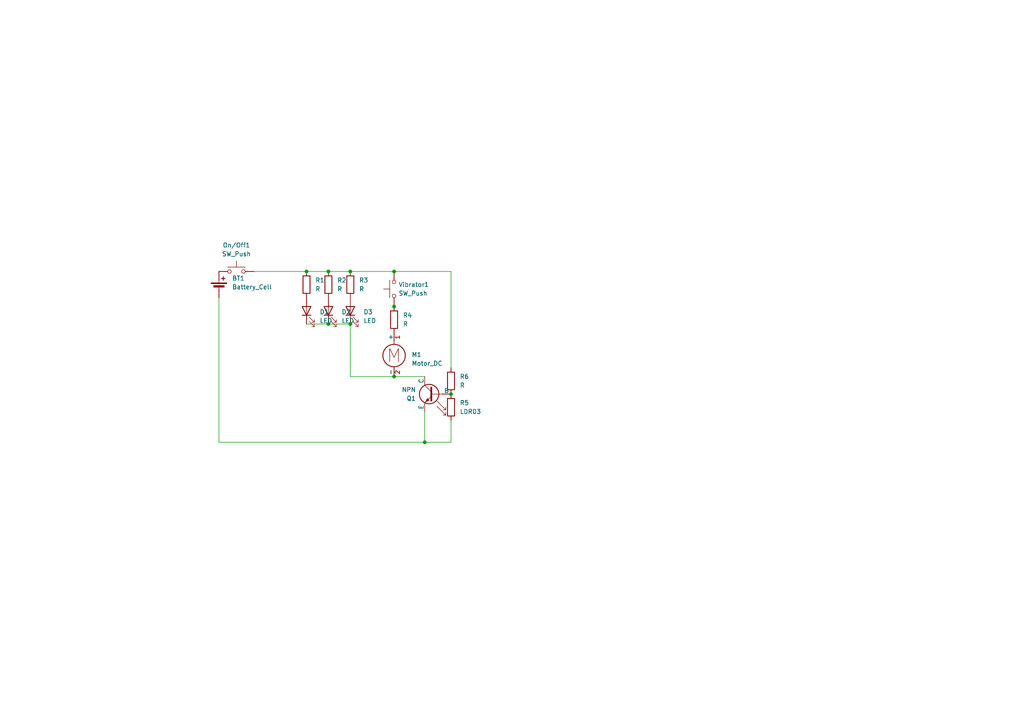
<source format=kicad_sch>
(kicad_sch
	(version 20250114)
	(generator "eeschema")
	(generator_version "9.0")
	(uuid "9d100fe4-1454-457d-8b9f-8d745de7009f")
	(paper "A4")
	(lib_symbols
		(symbol "Device:Battery_Cell"
			(pin_numbers
				(hide yes)
			)
			(pin_names
				(offset 0)
				(hide yes)
			)
			(exclude_from_sim no)
			(in_bom yes)
			(on_board yes)
			(property "Reference" "BT"
				(at 2.54 2.54 0)
				(effects
					(font
						(size 1.27 1.27)
					)
					(justify left)
				)
			)
			(property "Value" "Battery_Cell"
				(at 2.54 0 0)
				(effects
					(font
						(size 1.27 1.27)
					)
					(justify left)
				)
			)
			(property "Footprint" ""
				(at 0 1.524 90)
				(effects
					(font
						(size 1.27 1.27)
					)
					(hide yes)
				)
			)
			(property "Datasheet" "~"
				(at 0 1.524 90)
				(effects
					(font
						(size 1.27 1.27)
					)
					(hide yes)
				)
			)
			(property "Description" "Single-cell battery"
				(at 0 0 0)
				(effects
					(font
						(size 1.27 1.27)
					)
					(hide yes)
				)
			)
			(property "ki_keywords" "battery cell"
				(at 0 0 0)
				(effects
					(font
						(size 1.27 1.27)
					)
					(hide yes)
				)
			)
			(symbol "Battery_Cell_0_1"
				(rectangle
					(start -2.286 1.778)
					(end 2.286 1.524)
					(stroke
						(width 0)
						(type default)
					)
					(fill
						(type outline)
					)
				)
				(rectangle
					(start -1.524 1.016)
					(end 1.524 0.508)
					(stroke
						(width 0)
						(type default)
					)
					(fill
						(type outline)
					)
				)
				(polyline
					(pts
						(xy 0 1.778) (xy 0 2.54)
					)
					(stroke
						(width 0)
						(type default)
					)
					(fill
						(type none)
					)
				)
				(polyline
					(pts
						(xy 0 0.762) (xy 0 0)
					)
					(stroke
						(width 0)
						(type default)
					)
					(fill
						(type none)
					)
				)
				(polyline
					(pts
						(xy 0.762 3.048) (xy 1.778 3.048)
					)
					(stroke
						(width 0.254)
						(type default)
					)
					(fill
						(type none)
					)
				)
				(polyline
					(pts
						(xy 1.27 3.556) (xy 1.27 2.54)
					)
					(stroke
						(width 0.254)
						(type default)
					)
					(fill
						(type none)
					)
				)
			)
			(symbol "Battery_Cell_1_1"
				(pin passive line
					(at 0 5.08 270)
					(length 2.54)
					(name "+"
						(effects
							(font
								(size 1.27 1.27)
							)
						)
					)
					(number "1"
						(effects
							(font
								(size 1.27 1.27)
							)
						)
					)
				)
				(pin passive line
					(at 0 -2.54 90)
					(length 2.54)
					(name "-"
						(effects
							(font
								(size 1.27 1.27)
							)
						)
					)
					(number "2"
						(effects
							(font
								(size 1.27 1.27)
							)
						)
					)
				)
			)
			(embedded_fonts no)
		)
		(symbol "Device:LED"
			(pin_numbers
				(hide yes)
			)
			(pin_names
				(offset 1.016)
				(hide yes)
			)
			(exclude_from_sim no)
			(in_bom yes)
			(on_board yes)
			(property "Reference" "D"
				(at 0 2.54 0)
				(effects
					(font
						(size 1.27 1.27)
					)
				)
			)
			(property "Value" "LED"
				(at 0 -2.54 0)
				(effects
					(font
						(size 1.27 1.27)
					)
				)
			)
			(property "Footprint" ""
				(at 0 0 0)
				(effects
					(font
						(size 1.27 1.27)
					)
					(hide yes)
				)
			)
			(property "Datasheet" "~"
				(at 0 0 0)
				(effects
					(font
						(size 1.27 1.27)
					)
					(hide yes)
				)
			)
			(property "Description" "Light emitting diode"
				(at 0 0 0)
				(effects
					(font
						(size 1.27 1.27)
					)
					(hide yes)
				)
			)
			(property "Sim.Pins" "1=K 2=A"
				(at 0 0 0)
				(effects
					(font
						(size 1.27 1.27)
					)
					(hide yes)
				)
			)
			(property "ki_keywords" "LED diode"
				(at 0 0 0)
				(effects
					(font
						(size 1.27 1.27)
					)
					(hide yes)
				)
			)
			(property "ki_fp_filters" "LED* LED_SMD:* LED_THT:*"
				(at 0 0 0)
				(effects
					(font
						(size 1.27 1.27)
					)
					(hide yes)
				)
			)
			(symbol "LED_0_1"
				(polyline
					(pts
						(xy -3.048 -0.762) (xy -4.572 -2.286) (xy -3.81 -2.286) (xy -4.572 -2.286) (xy -4.572 -1.524)
					)
					(stroke
						(width 0)
						(type default)
					)
					(fill
						(type none)
					)
				)
				(polyline
					(pts
						(xy -1.778 -0.762) (xy -3.302 -2.286) (xy -2.54 -2.286) (xy -3.302 -2.286) (xy -3.302 -1.524)
					)
					(stroke
						(width 0)
						(type default)
					)
					(fill
						(type none)
					)
				)
				(polyline
					(pts
						(xy -1.27 0) (xy 1.27 0)
					)
					(stroke
						(width 0)
						(type default)
					)
					(fill
						(type none)
					)
				)
				(polyline
					(pts
						(xy -1.27 -1.27) (xy -1.27 1.27)
					)
					(stroke
						(width 0.254)
						(type default)
					)
					(fill
						(type none)
					)
				)
				(polyline
					(pts
						(xy 1.27 -1.27) (xy 1.27 1.27) (xy -1.27 0) (xy 1.27 -1.27)
					)
					(stroke
						(width 0.254)
						(type default)
					)
					(fill
						(type none)
					)
				)
			)
			(symbol "LED_1_1"
				(pin passive line
					(at -3.81 0 0)
					(length 2.54)
					(name "K"
						(effects
							(font
								(size 1.27 1.27)
							)
						)
					)
					(number "1"
						(effects
							(font
								(size 1.27 1.27)
							)
						)
					)
				)
				(pin passive line
					(at 3.81 0 180)
					(length 2.54)
					(name "A"
						(effects
							(font
								(size 1.27 1.27)
							)
						)
					)
					(number "2"
						(effects
							(font
								(size 1.27 1.27)
							)
						)
					)
				)
			)
			(embedded_fonts no)
		)
		(symbol "Device:R"
			(pin_numbers
				(hide yes)
			)
			(pin_names
				(offset 0)
			)
			(exclude_from_sim no)
			(in_bom yes)
			(on_board yes)
			(property "Reference" "R"
				(at 2.032 0 90)
				(effects
					(font
						(size 1.27 1.27)
					)
				)
			)
			(property "Value" "R"
				(at 0 0 90)
				(effects
					(font
						(size 1.27 1.27)
					)
				)
			)
			(property "Footprint" ""
				(at -1.778 0 90)
				(effects
					(font
						(size 1.27 1.27)
					)
					(hide yes)
				)
			)
			(property "Datasheet" "~"
				(at 0 0 0)
				(effects
					(font
						(size 1.27 1.27)
					)
					(hide yes)
				)
			)
			(property "Description" "Resistor"
				(at 0 0 0)
				(effects
					(font
						(size 1.27 1.27)
					)
					(hide yes)
				)
			)
			(property "ki_keywords" "R res resistor"
				(at 0 0 0)
				(effects
					(font
						(size 1.27 1.27)
					)
					(hide yes)
				)
			)
			(property "ki_fp_filters" "R_*"
				(at 0 0 0)
				(effects
					(font
						(size 1.27 1.27)
					)
					(hide yes)
				)
			)
			(symbol "R_0_1"
				(rectangle
					(start -1.016 -2.54)
					(end 1.016 2.54)
					(stroke
						(width 0.254)
						(type default)
					)
					(fill
						(type none)
					)
				)
			)
			(symbol "R_1_1"
				(pin passive line
					(at 0 3.81 270)
					(length 1.27)
					(name "~"
						(effects
							(font
								(size 1.27 1.27)
							)
						)
					)
					(number "1"
						(effects
							(font
								(size 1.27 1.27)
							)
						)
					)
				)
				(pin passive line
					(at 0 -3.81 90)
					(length 1.27)
					(name "~"
						(effects
							(font
								(size 1.27 1.27)
							)
						)
					)
					(number "2"
						(effects
							(font
								(size 1.27 1.27)
							)
						)
					)
				)
			)
			(embedded_fonts no)
		)
		(symbol "Motor:Motor_DC"
			(pin_names
				(offset 0)
			)
			(exclude_from_sim no)
			(in_bom yes)
			(on_board yes)
			(property "Reference" "M"
				(at 2.54 2.54 0)
				(effects
					(font
						(size 1.27 1.27)
					)
					(justify left)
				)
			)
			(property "Value" "Motor_DC"
				(at 2.54 -5.08 0)
				(effects
					(font
						(size 1.27 1.27)
					)
					(justify left top)
				)
			)
			(property "Footprint" ""
				(at 0 -2.286 0)
				(effects
					(font
						(size 1.27 1.27)
					)
					(hide yes)
				)
			)
			(property "Datasheet" "~"
				(at 0 -2.286 0)
				(effects
					(font
						(size 1.27 1.27)
					)
					(hide yes)
				)
			)
			(property "Description" "DC Motor"
				(at 0 0 0)
				(effects
					(font
						(size 1.27 1.27)
					)
					(hide yes)
				)
			)
			(property "ki_keywords" "DC Motor"
				(at 0 0 0)
				(effects
					(font
						(size 1.27 1.27)
					)
					(hide yes)
				)
			)
			(property "ki_fp_filters" "PinHeader*P2.54mm* TerminalBlock*"
				(at 0 0 0)
				(effects
					(font
						(size 1.27 1.27)
					)
					(hide yes)
				)
			)
			(symbol "Motor_DC_0_0"
				(polyline
					(pts
						(xy -1.27 -3.302) (xy -1.27 0.508) (xy 0 -2.032) (xy 1.27 0.508) (xy 1.27 -3.302)
					)
					(stroke
						(width 0)
						(type default)
					)
					(fill
						(type none)
					)
				)
			)
			(symbol "Motor_DC_0_1"
				(polyline
					(pts
						(xy 0 2.032) (xy 0 2.54)
					)
					(stroke
						(width 0)
						(type default)
					)
					(fill
						(type none)
					)
				)
				(polyline
					(pts
						(xy 0 1.7272) (xy 0 2.0828)
					)
					(stroke
						(width 0)
						(type default)
					)
					(fill
						(type none)
					)
				)
				(circle
					(center 0 -1.524)
					(radius 3.2512)
					(stroke
						(width 0.254)
						(type default)
					)
					(fill
						(type none)
					)
				)
				(polyline
					(pts
						(xy 0 -4.7752) (xy 0 -5.1816)
					)
					(stroke
						(width 0)
						(type default)
					)
					(fill
						(type none)
					)
				)
				(polyline
					(pts
						(xy 0 -7.62) (xy 0 -7.112)
					)
					(stroke
						(width 0)
						(type default)
					)
					(fill
						(type none)
					)
				)
			)
			(symbol "Motor_DC_1_1"
				(pin passive line
					(at 0 5.08 270)
					(length 2.54)
					(name "+"
						(effects
							(font
								(size 1.27 1.27)
							)
						)
					)
					(number "1"
						(effects
							(font
								(size 1.27 1.27)
							)
						)
					)
				)
				(pin passive line
					(at 0 -7.62 90)
					(length 2.54)
					(name "-"
						(effects
							(font
								(size 1.27 1.27)
							)
						)
					)
					(number "2"
						(effects
							(font
								(size 1.27 1.27)
							)
						)
					)
				)
			)
			(embedded_fonts no)
		)
		(symbol "Sensor_Optical:LDR03"
			(pin_numbers
				(hide yes)
			)
			(pin_names
				(offset 0)
			)
			(exclude_from_sim no)
			(in_bom yes)
			(on_board yes)
			(property "Reference" "R"
				(at -5.08 0 90)
				(effects
					(font
						(size 1.27 1.27)
					)
				)
			)
			(property "Value" "LDR03"
				(at 1.905 0 90)
				(effects
					(font
						(size 1.27 1.27)
					)
					(justify top)
				)
			)
			(property "Footprint" "OptoDevice:R_LDR_10x8.5mm_P7.6mm_Vertical"
				(at 4.445 0 90)
				(effects
					(font
						(size 1.27 1.27)
					)
					(hide yes)
				)
			)
			(property "Datasheet" "http://www.elektronica-componenten.nl/WebRoot/StoreNL/Shops/61422969/54F1/BA0C/C664/31B9/2173/C0A8/2AB9/2AEF/LDR03IMP.pdf"
				(at 0 -1.27 0)
				(effects
					(font
						(size 1.27 1.27)
					)
					(hide yes)
				)
			)
			(property "Description" "light dependent resistor"
				(at 0 0 0)
				(effects
					(font
						(size 1.27 1.27)
					)
					(hide yes)
				)
			)
			(property "ki_keywords" "light dependent photo resistor LDR"
				(at 0 0 0)
				(effects
					(font
						(size 1.27 1.27)
					)
					(hide yes)
				)
			)
			(property "ki_fp_filters" "R*LDR*10x8.5mm*P7.6mm*"
				(at 0 0 0)
				(effects
					(font
						(size 1.27 1.27)
					)
					(hide yes)
				)
			)
			(symbol "LDR03_0_1"
				(polyline
					(pts
						(xy -1.524 -0.762) (xy -4.064 1.778)
					)
					(stroke
						(width 0)
						(type default)
					)
					(fill
						(type none)
					)
				)
				(polyline
					(pts
						(xy -1.524 -0.762) (xy -2.286 -0.762)
					)
					(stroke
						(width 0)
						(type default)
					)
					(fill
						(type none)
					)
				)
				(polyline
					(pts
						(xy -1.524 -0.762) (xy -1.524 0)
					)
					(stroke
						(width 0)
						(type default)
					)
					(fill
						(type none)
					)
				)
				(polyline
					(pts
						(xy -1.524 -2.286) (xy -4.064 0.254)
					)
					(stroke
						(width 0)
						(type default)
					)
					(fill
						(type none)
					)
				)
				(polyline
					(pts
						(xy -1.524 -2.286) (xy -2.286 -2.286)
					)
					(stroke
						(width 0)
						(type default)
					)
					(fill
						(type none)
					)
				)
				(polyline
					(pts
						(xy -1.524 -2.286) (xy -1.524 -1.524)
					)
					(stroke
						(width 0)
						(type default)
					)
					(fill
						(type none)
					)
				)
				(rectangle
					(start -1.016 2.54)
					(end 1.016 -2.54)
					(stroke
						(width 0.254)
						(type default)
					)
					(fill
						(type none)
					)
				)
			)
			(symbol "LDR03_1_1"
				(pin passive line
					(at 0 3.81 270)
					(length 1.27)
					(name "~"
						(effects
							(font
								(size 1.27 1.27)
							)
						)
					)
					(number "1"
						(effects
							(font
								(size 1.27 1.27)
							)
						)
					)
				)
				(pin passive line
					(at 0 -3.81 90)
					(length 1.27)
					(name "~"
						(effects
							(font
								(size 1.27 1.27)
							)
						)
					)
					(number "2"
						(effects
							(font
								(size 1.27 1.27)
							)
						)
					)
				)
			)
			(embedded_fonts no)
		)
		(symbol "Simulation_SPICE:NPN"
			(pin_numbers
				(hide yes)
			)
			(pin_names
				(offset 0)
			)
			(exclude_from_sim no)
			(in_bom yes)
			(on_board yes)
			(property "Reference" "Q"
				(at -2.54 7.62 0)
				(effects
					(font
						(size 1.27 1.27)
					)
				)
			)
			(property "Value" "NPN"
				(at -2.54 5.08 0)
				(effects
					(font
						(size 1.27 1.27)
					)
				)
			)
			(property "Footprint" ""
				(at 63.5 0 0)
				(effects
					(font
						(size 1.27 1.27)
					)
					(hide yes)
				)
			)
			(property "Datasheet" "https://ngspice.sourceforge.io/docs/ngspice-html-manual/manual.xhtml#cha_BJTs"
				(at 63.5 0 0)
				(effects
					(font
						(size 1.27 1.27)
					)
					(hide yes)
				)
			)
			(property "Description" "Bipolar transistor symbol for simulation only, substrate tied to the emitter"
				(at 0 0 0)
				(effects
					(font
						(size 1.27 1.27)
					)
					(hide yes)
				)
			)
			(property "Sim.Device" "NPN"
				(at 0 0 0)
				(effects
					(font
						(size 1.27 1.27)
					)
					(hide yes)
				)
			)
			(property "Sim.Type" "GUMMELPOON"
				(at 0 0 0)
				(effects
					(font
						(size 1.27 1.27)
					)
					(hide yes)
				)
			)
			(property "Sim.Pins" "1=C 2=B 3=E"
				(at 0 0 0)
				(effects
					(font
						(size 1.27 1.27)
					)
					(hide yes)
				)
			)
			(property "ki_keywords" "simulation"
				(at 0 0 0)
				(effects
					(font
						(size 1.27 1.27)
					)
					(hide yes)
				)
			)
			(symbol "NPN_0_1"
				(polyline
					(pts
						(xy -2.54 0) (xy 0.635 0)
					)
					(stroke
						(width 0.1524)
						(type default)
					)
					(fill
						(type none)
					)
				)
				(polyline
					(pts
						(xy 0.635 1.905) (xy 0.635 -1.905) (xy 0.635 -1.905)
					)
					(stroke
						(width 0.508)
						(type default)
					)
					(fill
						(type none)
					)
				)
				(polyline
					(pts
						(xy 0.635 0.635) (xy 2.54 2.54)
					)
					(stroke
						(width 0)
						(type default)
					)
					(fill
						(type none)
					)
				)
				(polyline
					(pts
						(xy 0.635 -0.635) (xy 2.54 -2.54) (xy 2.54 -2.54)
					)
					(stroke
						(width 0)
						(type default)
					)
					(fill
						(type none)
					)
				)
				(circle
					(center 1.27 0)
					(radius 2.8194)
					(stroke
						(width 0.254)
						(type default)
					)
					(fill
						(type none)
					)
				)
				(polyline
					(pts
						(xy 1.27 -1.778) (xy 1.778 -1.27) (xy 2.286 -2.286) (xy 1.27 -1.778) (xy 1.27 -1.778)
					)
					(stroke
						(width 0)
						(type default)
					)
					(fill
						(type outline)
					)
				)
				(polyline
					(pts
						(xy 2.794 -1.27) (xy 2.794 -1.27)
					)
					(stroke
						(width 0.1524)
						(type default)
					)
					(fill
						(type none)
					)
				)
				(polyline
					(pts
						(xy 2.794 -1.27) (xy 2.794 -1.27)
					)
					(stroke
						(width 0.1524)
						(type default)
					)
					(fill
						(type none)
					)
				)
			)
			(symbol "NPN_1_1"
				(pin input line
					(at -5.08 0 0)
					(length 2.54)
					(name "B"
						(effects
							(font
								(size 1.27 1.27)
							)
						)
					)
					(number "2"
						(effects
							(font
								(size 1.27 1.27)
							)
						)
					)
				)
				(pin open_collector line
					(at 2.54 5.08 270)
					(length 2.54)
					(name "C"
						(effects
							(font
								(size 1.27 1.27)
							)
						)
					)
					(number "1"
						(effects
							(font
								(size 1.27 1.27)
							)
						)
					)
				)
				(pin open_emitter line
					(at 2.54 -5.08 90)
					(length 2.54)
					(name "E"
						(effects
							(font
								(size 1.27 1.27)
							)
						)
					)
					(number "3"
						(effects
							(font
								(size 1.27 1.27)
							)
						)
					)
				)
			)
			(embedded_fonts no)
		)
		(symbol "Switch:SW_Push"
			(pin_numbers
				(hide yes)
			)
			(pin_names
				(offset 1.016)
				(hide yes)
			)
			(exclude_from_sim no)
			(in_bom yes)
			(on_board yes)
			(property "Reference" "SW"
				(at 1.27 2.54 0)
				(effects
					(font
						(size 1.27 1.27)
					)
					(justify left)
				)
			)
			(property "Value" "SW_Push"
				(at 0 -1.524 0)
				(effects
					(font
						(size 1.27 1.27)
					)
				)
			)
			(property "Footprint" ""
				(at 0 5.08 0)
				(effects
					(font
						(size 1.27 1.27)
					)
					(hide yes)
				)
			)
			(property "Datasheet" "~"
				(at 0 5.08 0)
				(effects
					(font
						(size 1.27 1.27)
					)
					(hide yes)
				)
			)
			(property "Description" "Push button switch, generic, two pins"
				(at 0 0 0)
				(effects
					(font
						(size 1.27 1.27)
					)
					(hide yes)
				)
			)
			(property "ki_keywords" "switch normally-open pushbutton push-button"
				(at 0 0 0)
				(effects
					(font
						(size 1.27 1.27)
					)
					(hide yes)
				)
			)
			(symbol "SW_Push_0_1"
				(circle
					(center -2.032 0)
					(radius 0.508)
					(stroke
						(width 0)
						(type default)
					)
					(fill
						(type none)
					)
				)
				(polyline
					(pts
						(xy 0 1.27) (xy 0 3.048)
					)
					(stroke
						(width 0)
						(type default)
					)
					(fill
						(type none)
					)
				)
				(circle
					(center 2.032 0)
					(radius 0.508)
					(stroke
						(width 0)
						(type default)
					)
					(fill
						(type none)
					)
				)
				(polyline
					(pts
						(xy 2.54 1.27) (xy -2.54 1.27)
					)
					(stroke
						(width 0)
						(type default)
					)
					(fill
						(type none)
					)
				)
				(pin passive line
					(at -5.08 0 0)
					(length 2.54)
					(name "1"
						(effects
							(font
								(size 1.27 1.27)
							)
						)
					)
					(number "1"
						(effects
							(font
								(size 1.27 1.27)
							)
						)
					)
				)
				(pin passive line
					(at 5.08 0 180)
					(length 2.54)
					(name "2"
						(effects
							(font
								(size 1.27 1.27)
							)
						)
					)
					(number "2"
						(effects
							(font
								(size 1.27 1.27)
							)
						)
					)
				)
			)
			(embedded_fonts no)
		)
	)
	(junction
		(at 88.9 78.74)
		(diameter 0)
		(color 0 0 0 0)
		(uuid "43d1ddda-3203-4a9c-89c5-a219ab19b744")
	)
	(junction
		(at 114.3 78.74)
		(diameter 0)
		(color 0 0 0 0)
		(uuid "5a5ba89e-0e1c-459a-aa16-2b944f0b7d29")
	)
	(junction
		(at 95.25 78.74)
		(diameter 0)
		(color 0 0 0 0)
		(uuid "79e07428-f4ad-4a5b-84ff-cb20dd48c002")
	)
	(junction
		(at 101.6 93.98)
		(diameter 0)
		(color 0 0 0 0)
		(uuid "802577d9-dbc9-46ea-919e-a7041f76d486")
	)
	(junction
		(at 114.3 109.22)
		(diameter 0)
		(color 0 0 0 0)
		(uuid "8fcba598-91b2-44db-a79f-d66b46b4d261")
	)
	(junction
		(at 123.19 128.27)
		(diameter 0)
		(color 0 0 0 0)
		(uuid "a5fe7324-47bd-4f5a-959d-e0b7d491a6e0")
	)
	(junction
		(at 130.81 114.3)
		(diameter 0)
		(color 0 0 0 0)
		(uuid "a88d5775-9614-4c40-ae5b-dd7c915b9763")
	)
	(junction
		(at 95.25 93.98)
		(diameter 0)
		(color 0 0 0 0)
		(uuid "c20b36c6-c427-403d-862a-ac2fc1eae615")
	)
	(junction
		(at 114.3 88.9)
		(diameter 0)
		(color 0 0 0 0)
		(uuid "c938a5dc-18cf-4b39-9250-92215333c27a")
	)
	(junction
		(at 101.6 78.74)
		(diameter 0)
		(color 0 0 0 0)
		(uuid "f9b6c54e-2ae4-4df3-b27c-a108262f862f")
	)
	(wire
		(pts
			(xy 123.19 109.22) (xy 114.3 109.22)
		)
		(stroke
			(width 0)
			(type default)
		)
		(uuid "25096fda-a6ca-4b19-8207-f319da840a40")
	)
	(wire
		(pts
			(xy 123.19 128.27) (xy 130.81 128.27)
		)
		(stroke
			(width 0)
			(type default)
		)
		(uuid "2a286f90-92bc-436b-bb62-132ade6203a3")
	)
	(wire
		(pts
			(xy 130.81 106.68) (xy 130.81 78.74)
		)
		(stroke
			(width 0)
			(type default)
		)
		(uuid "549025e8-06ab-4ec3-8c6d-099035c4e642")
	)
	(wire
		(pts
			(xy 88.9 78.74) (xy 73.66 78.74)
		)
		(stroke
			(width 0)
			(type default)
		)
		(uuid "682975d6-8d7e-404d-aa74-63d9baf92c67")
	)
	(wire
		(pts
			(xy 95.25 78.74) (xy 88.9 78.74)
		)
		(stroke
			(width 0)
			(type default)
		)
		(uuid "7c174da5-2d2a-4e56-be6a-3e7ad796ac53")
	)
	(wire
		(pts
			(xy 88.9 93.98) (xy 95.25 93.98)
		)
		(stroke
			(width 0)
			(type default)
		)
		(uuid "7d072521-75eb-451d-8bd6-b2d26ea8d617")
	)
	(wire
		(pts
			(xy 101.6 78.74) (xy 95.25 78.74)
		)
		(stroke
			(width 0)
			(type default)
		)
		(uuid "9cb75d8e-8623-4aea-94fe-612711dee496")
	)
	(wire
		(pts
			(xy 101.6 109.22) (xy 114.3 109.22)
		)
		(stroke
			(width 0)
			(type default)
		)
		(uuid "9fcd824f-1e45-46c5-befe-5d1748945e79")
	)
	(wire
		(pts
			(xy 63.5 128.27) (xy 63.5 86.36)
		)
		(stroke
			(width 0)
			(type default)
		)
		(uuid "a92ed7a5-dd8a-4ba0-8a9e-0b851213fd28")
	)
	(wire
		(pts
			(xy 123.19 119.38) (xy 123.19 128.27)
		)
		(stroke
			(width 0)
			(type default)
		)
		(uuid "c3b20d35-6ff0-4e44-850e-080dba003e35")
	)
	(wire
		(pts
			(xy 101.6 78.74) (xy 114.3 78.74)
		)
		(stroke
			(width 0)
			(type default)
		)
		(uuid "c5777baf-6283-4df0-b7c6-6f3a120ac8c8")
	)
	(wire
		(pts
			(xy 130.81 128.27) (xy 130.81 121.92)
		)
		(stroke
			(width 0)
			(type default)
		)
		(uuid "d4af5d67-c129-444a-8e2e-50d43297f063")
	)
	(wire
		(pts
			(xy 123.19 128.27) (xy 63.5 128.27)
		)
		(stroke
			(width 0)
			(type default)
		)
		(uuid "edb3e7ee-e90c-46cc-a889-3eb3e573a7f4")
	)
	(wire
		(pts
			(xy 114.3 88.9) (xy 114.3 90.17)
		)
		(stroke
			(width 0)
			(type default)
		)
		(uuid "eeb2c450-1e63-4baa-b0c0-dc88cb5d34aa")
	)
	(wire
		(pts
			(xy 95.25 93.98) (xy 101.6 93.98)
		)
		(stroke
			(width 0)
			(type default)
		)
		(uuid "f414d839-7bfb-4d07-a18d-25a8d9eec58c")
	)
	(wire
		(pts
			(xy 114.3 78.74) (xy 130.81 78.74)
		)
		(stroke
			(width 0)
			(type default)
		)
		(uuid "f65d52e8-8489-4434-9e00-3ce40a8aac20")
	)
	(wire
		(pts
			(xy 101.6 93.98) (xy 101.6 109.22)
		)
		(stroke
			(width 0)
			(type default)
		)
		(uuid "fe1fba9e-cfbe-4f22-98fb-08d0a88ec012")
	)
	(symbol
		(lib_id "Device:R")
		(at 130.81 110.49 0)
		(unit 1)
		(exclude_from_sim no)
		(in_bom yes)
		(on_board yes)
		(dnp no)
		(fields_autoplaced yes)
		(uuid "0fcbba35-6a55-477b-aea1-a97f478751b6")
		(property "Reference" "R6"
			(at 133.35 109.2199 0)
			(effects
				(font
					(size 1.27 1.27)
				)
				(justify left)
			)
		)
		(property "Value" "R"
			(at 133.35 111.7599 0)
			(effects
				(font
					(size 1.27 1.27)
				)
				(justify left)
			)
		)
		(property "Footprint" "Resistor_THT:R_Axial_DIN0207_L6.3mm_D2.5mm_P7.62mm_Horizontal"
			(at 129.032 110.49 90)
			(effects
				(font
					(size 1.27 1.27)
				)
				(hide yes)
			)
		)
		(property "Datasheet" "~"
			(at 130.81 110.49 0)
			(effects
				(font
					(size 1.27 1.27)
				)
				(hide yes)
			)
		)
		(property "Description" "Resistor"
			(at 130.81 110.49 0)
			(effects
				(font
					(size 1.27 1.27)
				)
				(hide yes)
			)
		)
		(pin "1"
			(uuid "87eaef7d-e71c-4958-bb84-1480b65ffdee")
		)
		(pin "2"
			(uuid "bcd40fba-6ebd-493e-a3a3-31fef0dd2480")
		)
		(instances
			(project "demonic"
				(path "/9d100fe4-1454-457d-8b9f-8d745de7009f"
					(reference "R6")
					(unit 1)
				)
			)
		)
	)
	(symbol
		(lib_id "Device:LED")
		(at 101.6 90.17 90)
		(unit 1)
		(exclude_from_sim no)
		(in_bom yes)
		(on_board yes)
		(dnp no)
		(fields_autoplaced yes)
		(uuid "12a58650-e4a3-47f1-bb28-92668240ee0f")
		(property "Reference" "D3"
			(at 105.41 90.4874 90)
			(effects
				(font
					(size 1.27 1.27)
				)
				(justify right)
			)
		)
		(property "Value" "LED"
			(at 105.41 93.0274 90)
			(effects
				(font
					(size 1.27 1.27)
				)
				(justify right)
			)
		)
		(property "Footprint" "LED_THT:LED_D5.0mm"
			(at 101.6 90.17 0)
			(effects
				(font
					(size 1.27 1.27)
				)
				(hide yes)
			)
		)
		(property "Datasheet" "~"
			(at 101.6 90.17 0)
			(effects
				(font
					(size 1.27 1.27)
				)
				(hide yes)
			)
		)
		(property "Description" "Light emitting diode"
			(at 101.6 90.17 0)
			(effects
				(font
					(size 1.27 1.27)
				)
				(hide yes)
			)
		)
		(property "Sim.Pins" "1=K 2=A"
			(at 101.6 90.17 0)
			(effects
				(font
					(size 1.27 1.27)
				)
				(hide yes)
			)
		)
		(pin "2"
			(uuid "d0a6bc87-b8a7-49ef-b008-a4922aca7202")
		)
		(pin "1"
			(uuid "4151385a-f338-435e-a6e3-19f36844bcfe")
		)
		(instances
			(project "demonic"
				(path "/9d100fe4-1454-457d-8b9f-8d745de7009f"
					(reference "D3")
					(unit 1)
				)
			)
		)
	)
	(symbol
		(lib_id "Device:R")
		(at 88.9 82.55 0)
		(unit 1)
		(exclude_from_sim no)
		(in_bom yes)
		(on_board yes)
		(dnp no)
		(fields_autoplaced yes)
		(uuid "219966c3-faba-464f-9ff2-0cf82f15da83")
		(property "Reference" "R1"
			(at 91.44 81.2799 0)
			(effects
				(font
					(size 1.27 1.27)
				)
				(justify left)
			)
		)
		(property "Value" "R"
			(at 91.44 83.8199 0)
			(effects
				(font
					(size 1.27 1.27)
				)
				(justify left)
			)
		)
		(property "Footprint" "Resistor_THT:R_Axial_DIN0207_L6.3mm_D2.5mm_P7.62mm_Horizontal"
			(at 87.122 82.55 90)
			(effects
				(font
					(size 1.27 1.27)
				)
				(hide yes)
			)
		)
		(property "Datasheet" "~"
			(at 88.9 82.55 0)
			(effects
				(font
					(size 1.27 1.27)
				)
				(hide yes)
			)
		)
		(property "Description" "Resistor"
			(at 88.9 82.55 0)
			(effects
				(font
					(size 1.27 1.27)
				)
				(hide yes)
			)
		)
		(pin "1"
			(uuid "6861b139-d1ff-462b-8d49-d51bf71a2de5")
		)
		(pin "2"
			(uuid "b2fbeb96-7d11-44f8-8fda-821ce42791d7")
		)
		(instances
			(project "demonic"
				(path "/9d100fe4-1454-457d-8b9f-8d745de7009f"
					(reference "R1")
					(unit 1)
				)
			)
		)
	)
	(symbol
		(lib_id "Device:R")
		(at 95.25 82.55 0)
		(unit 1)
		(exclude_from_sim no)
		(in_bom yes)
		(on_board yes)
		(dnp no)
		(fields_autoplaced yes)
		(uuid "22ef8a22-a731-4a4b-b00e-0ba8090578f0")
		(property "Reference" "R2"
			(at 97.79 81.2799 0)
			(effects
				(font
					(size 1.27 1.27)
				)
				(justify left)
			)
		)
		(property "Value" "R"
			(at 97.79 83.8199 0)
			(effects
				(font
					(size 1.27 1.27)
				)
				(justify left)
			)
		)
		(property "Footprint" "Resistor_THT:R_Axial_DIN0207_L6.3mm_D2.5mm_P7.62mm_Horizontal"
			(at 93.472 82.55 90)
			(effects
				(font
					(size 1.27 1.27)
				)
				(hide yes)
			)
		)
		(property "Datasheet" "~"
			(at 95.25 82.55 0)
			(effects
				(font
					(size 1.27 1.27)
				)
				(hide yes)
			)
		)
		(property "Description" "Resistor"
			(at 95.25 82.55 0)
			(effects
				(font
					(size 1.27 1.27)
				)
				(hide yes)
			)
		)
		(pin "2"
			(uuid "941ea542-7fed-4609-99de-9a5865299819")
		)
		(pin "1"
			(uuid "d3223aac-b4f8-4d18-8d55-e11691b26bb4")
		)
		(instances
			(project "demonic"
				(path "/9d100fe4-1454-457d-8b9f-8d745de7009f"
					(reference "R2")
					(unit 1)
				)
			)
		)
	)
	(symbol
		(lib_id "Device:LED")
		(at 95.25 90.17 90)
		(unit 1)
		(exclude_from_sim no)
		(in_bom yes)
		(on_board yes)
		(dnp no)
		(fields_autoplaced yes)
		(uuid "2cfe7d44-af67-4fec-a346-dfd8c6d97a76")
		(property "Reference" "D2"
			(at 99.06 90.4874 90)
			(effects
				(font
					(size 1.27 1.27)
				)
				(justify right)
			)
		)
		(property "Value" "LED"
			(at 99.06 93.0274 90)
			(effects
				(font
					(size 1.27 1.27)
				)
				(justify right)
			)
		)
		(property "Footprint" "LED_THT:LED_D5.0mm"
			(at 95.25 90.17 0)
			(effects
				(font
					(size 1.27 1.27)
				)
				(hide yes)
			)
		)
		(property "Datasheet" "~"
			(at 95.25 90.17 0)
			(effects
				(font
					(size 1.27 1.27)
				)
				(hide yes)
			)
		)
		(property "Description" "Light emitting diode"
			(at 95.25 90.17 0)
			(effects
				(font
					(size 1.27 1.27)
				)
				(hide yes)
			)
		)
		(property "Sim.Pins" "1=K 2=A"
			(at 95.25 90.17 0)
			(effects
				(font
					(size 1.27 1.27)
				)
				(hide yes)
			)
		)
		(pin "2"
			(uuid "d0a6bc87-b8a7-49ef-b008-a4922aca7203")
		)
		(pin "1"
			(uuid "4151385a-f338-435e-a6e3-19f36844bcff")
		)
		(instances
			(project "demonic"
				(path "/9d100fe4-1454-457d-8b9f-8d745de7009f"
					(reference "D2")
					(unit 1)
				)
			)
		)
	)
	(symbol
		(lib_id "Motor:Motor_DC")
		(at 114.3 101.6 0)
		(unit 1)
		(exclude_from_sim no)
		(in_bom yes)
		(on_board yes)
		(dnp no)
		(fields_autoplaced yes)
		(uuid "4619e950-6d52-443e-a4cd-5a638d83a724")
		(property "Reference" "M1"
			(at 119.38 102.8699 0)
			(effects
				(font
					(size 1.27 1.27)
				)
				(justify left)
			)
		)
		(property "Value" "Motor_DC"
			(at 119.38 105.4099 0)
			(effects
				(font
					(size 1.27 1.27)
				)
				(justify left)
			)
		)
		(property "Footprint" "Connector_PinHeader_2.54mm:PinHeader_1x02_P2.54mm_Vertical"
			(at 114.3 103.886 0)
			(effects
				(font
					(size 1.27 1.27)
				)
				(hide yes)
			)
		)
		(property "Datasheet" "~"
			(at 114.3 103.886 0)
			(effects
				(font
					(size 1.27 1.27)
				)
				(hide yes)
			)
		)
		(property "Description" "DC Motor"
			(at 114.3 101.6 0)
			(effects
				(font
					(size 1.27 1.27)
				)
				(hide yes)
			)
		)
		(pin "1"
			(uuid "bbb4280f-293d-4c85-a799-9e46442fb391")
		)
		(pin "2"
			(uuid "6ee827f8-19b1-455c-a6e0-6fa5a6bd284e")
		)
		(instances
			(project "demonic"
				(path "/9d100fe4-1454-457d-8b9f-8d745de7009f"
					(reference "M1")
					(unit 1)
				)
			)
		)
	)
	(symbol
		(lib_id "Switch:SW_Push")
		(at 114.3 83.82 90)
		(unit 1)
		(exclude_from_sim no)
		(in_bom yes)
		(on_board yes)
		(dnp no)
		(fields_autoplaced yes)
		(uuid "6185f3d3-b0de-4e5e-a01c-6c950e317058")
		(property "Reference" "Vibrator1"
			(at 115.57 82.5499 90)
			(effects
				(font
					(size 1.27 1.27)
				)
				(justify right)
			)
		)
		(property "Value" "SW_Push"
			(at 115.57 85.0899 90)
			(effects
				(font
					(size 1.27 1.27)
				)
				(justify right)
			)
		)
		(property "Footprint" "Button_Switch_THT:SW_PUSH_6mm"
			(at 109.22 83.82 0)
			(effects
				(font
					(size 1.27 1.27)
				)
				(hide yes)
			)
		)
		(property "Datasheet" "~"
			(at 109.22 83.82 0)
			(effects
				(font
					(size 1.27 1.27)
				)
				(hide yes)
			)
		)
		(property "Description" "Push button switch, generic, two pins"
			(at 114.3 83.82 0)
			(effects
				(font
					(size 1.27 1.27)
				)
				(hide yes)
			)
		)
		(pin "1"
			(uuid "16ec03e7-4ac8-48cb-ae69-4e6d95cbe67f")
		)
		(pin "2"
			(uuid "7c059a11-636d-400a-a91a-926ecb6da21a")
		)
		(instances
			(project "demonic"
				(path "/9d100fe4-1454-457d-8b9f-8d745de7009f"
					(reference "Vibrator1")
					(unit 1)
				)
			)
		)
	)
	(symbol
		(lib_id "Device:R")
		(at 101.6 82.55 0)
		(unit 1)
		(exclude_from_sim no)
		(in_bom yes)
		(on_board yes)
		(dnp no)
		(fields_autoplaced yes)
		(uuid "88388cc9-417f-4262-baeb-4485cda90ff7")
		(property "Reference" "R3"
			(at 104.14 81.2799 0)
			(effects
				(font
					(size 1.27 1.27)
				)
				(justify left)
			)
		)
		(property "Value" "R"
			(at 104.14 83.8199 0)
			(effects
				(font
					(size 1.27 1.27)
				)
				(justify left)
			)
		)
		(property "Footprint" "Resistor_THT:R_Axial_DIN0207_L6.3mm_D2.5mm_P7.62mm_Horizontal"
			(at 99.822 82.55 90)
			(effects
				(font
					(size 1.27 1.27)
				)
				(hide yes)
			)
		)
		(property "Datasheet" "~"
			(at 101.6 82.55 0)
			(effects
				(font
					(size 1.27 1.27)
				)
				(hide yes)
			)
		)
		(property "Description" "Resistor"
			(at 101.6 82.55 0)
			(effects
				(font
					(size 1.27 1.27)
				)
				(hide yes)
			)
		)
		(pin "2"
			(uuid "941ea542-7fed-4609-99de-9a586529981a")
		)
		(pin "1"
			(uuid "d3223aac-b4f8-4d18-8d55-e11691b26bb5")
		)
		(instances
			(project "demonic"
				(path "/9d100fe4-1454-457d-8b9f-8d745de7009f"
					(reference "R3")
					(unit 1)
				)
			)
		)
	)
	(symbol
		(lib_id "Simulation_SPICE:NPN")
		(at 125.73 114.3 0)
		(mirror y)
		(unit 1)
		(exclude_from_sim no)
		(in_bom yes)
		(on_board yes)
		(dnp no)
		(uuid "89d37678-3731-49bb-813e-ffc9d04f761b")
		(property "Reference" "Q1"
			(at 120.65 115.5701 0)
			(effects
				(font
					(size 1.27 1.27)
				)
				(justify left)
			)
		)
		(property "Value" "NPN"
			(at 120.65 113.0301 0)
			(effects
				(font
					(size 1.27 1.27)
				)
				(justify left)
			)
		)
		(property "Footprint" "Package_TO_SOT_THT:TO-92L_HandSolder"
			(at 62.23 114.3 0)
			(effects
				(font
					(size 1.27 1.27)
				)
				(hide yes)
			)
		)
		(property "Datasheet" "https://ngspice.sourceforge.io/docs/ngspice-html-manual/manual.xhtml#cha_BJTs"
			(at 62.23 114.3 0)
			(effects
				(font
					(size 1.27 1.27)
				)
				(hide yes)
			)
		)
		(property "Description" "Bipolar transistor symbol for simulation only, substrate tied to the emitter"
			(at 125.73 114.3 0)
			(effects
				(font
					(size 1.27 1.27)
				)
				(hide yes)
			)
		)
		(property "Sim.Device" "NPN"
			(at 125.73 114.3 0)
			(effects
				(font
					(size 1.27 1.27)
				)
				(hide yes)
			)
		)
		(property "Sim.Type" "GUMMELPOON"
			(at 125.73 114.3 0)
			(effects
				(font
					(size 1.27 1.27)
				)
				(hide yes)
			)
		)
		(property "Sim.Pins" "1=C 2=B 3=E"
			(at 125.73 114.3 0)
			(effects
				(font
					(size 1.27 1.27)
				)
				(hide yes)
			)
		)
		(pin "3"
			(uuid "4e7a14b7-c6f4-4dee-8f38-2ab25d1e263c")
		)
		(pin "1"
			(uuid "dd39bf90-4a09-425a-9e0b-ef6d7c659e54")
		)
		(pin "2"
			(uuid "87784bbe-e07c-42b8-ac02-eff18a950b66")
		)
		(instances
			(project "demonic"
				(path "/9d100fe4-1454-457d-8b9f-8d745de7009f"
					(reference "Q1")
					(unit 1)
				)
			)
		)
	)
	(symbol
		(lib_id "Sensor_Optical:LDR03")
		(at 130.81 118.11 0)
		(unit 1)
		(exclude_from_sim no)
		(in_bom yes)
		(on_board yes)
		(dnp no)
		(fields_autoplaced yes)
		(uuid "92fde79d-e326-4fb4-b0e5-c94b40f6be21")
		(property "Reference" "R5"
			(at 133.35 116.8399 0)
			(effects
				(font
					(size 1.27 1.27)
				)
				(justify left)
			)
		)
		(property "Value" "LDR03"
			(at 133.35 119.3799 0)
			(effects
				(font
					(size 1.27 1.27)
				)
				(justify left)
			)
		)
		(property "Footprint" "OptoDevice:R_LDR_5.1x4.3mm_P3.4mm_Vertical"
			(at 135.255 118.11 90)
			(effects
				(font
					(size 1.27 1.27)
				)
				(hide yes)
			)
		)
		(property "Datasheet" "http://www.elektronica-componenten.nl/WebRoot/StoreNL/Shops/61422969/54F1/BA0C/C664/31B9/2173/C0A8/2AB9/2AEF/LDR03IMP.pdf"
			(at 130.81 119.38 0)
			(effects
				(font
					(size 1.27 1.27)
				)
				(hide yes)
			)
		)
		(property "Description" "light dependent resistor"
			(at 130.81 118.11 0)
			(effects
				(font
					(size 1.27 1.27)
				)
				(hide yes)
			)
		)
		(pin "1"
			(uuid "83980207-6837-4c3f-ac6b-35a8da85a59b")
		)
		(pin "2"
			(uuid "6f8f0ffa-5d79-425e-bba6-b2a234795529")
		)
		(instances
			(project "demonic"
				(path "/9d100fe4-1454-457d-8b9f-8d745de7009f"
					(reference "R5")
					(unit 1)
				)
			)
		)
	)
	(symbol
		(lib_id "Device:Battery_Cell")
		(at 63.5 83.82 0)
		(unit 1)
		(exclude_from_sim no)
		(in_bom yes)
		(on_board yes)
		(dnp no)
		(fields_autoplaced yes)
		(uuid "d8739048-3aa9-4326-8c2e-00a33a70cf98")
		(property "Reference" "BT1"
			(at 67.31 80.7084 0)
			(effects
				(font
					(size 1.27 1.27)
				)
				(justify left)
			)
		)
		(property "Value" "Battery_Cell"
			(at 67.31 83.2484 0)
			(effects
				(font
					(size 1.27 1.27)
				)
				(justify left)
			)
		)
		(property "Footprint" "Battery:BatteryHolder_Keystone_3034_1x20mm"
			(at 63.5 82.296 90)
			(effects
				(font
					(size 1.27 1.27)
				)
				(hide yes)
			)
		)
		(property "Datasheet" "~"
			(at 63.5 82.296 90)
			(effects
				(font
					(size 1.27 1.27)
				)
				(hide yes)
			)
		)
		(property "Description" "Single-cell battery"
			(at 63.5 83.82 0)
			(effects
				(font
					(size 1.27 1.27)
				)
				(hide yes)
			)
		)
		(pin "1"
			(uuid "abba2210-50dd-4a60-8bcf-788f60b2bab0")
		)
		(pin "2"
			(uuid "6f599d96-4f28-4ef2-8802-5c60bb0257fd")
		)
		(instances
			(project "demonic"
				(path "/9d100fe4-1454-457d-8b9f-8d745de7009f"
					(reference "BT1")
					(unit 1)
				)
			)
		)
	)
	(symbol
		(lib_id "Device:LED")
		(at 88.9 90.17 90)
		(unit 1)
		(exclude_from_sim no)
		(in_bom yes)
		(on_board yes)
		(dnp no)
		(fields_autoplaced yes)
		(uuid "d8b24d7d-0ebe-4b95-9e07-a3012b567f3e")
		(property "Reference" "D1"
			(at 92.71 90.4874 90)
			(effects
				(font
					(size 1.27 1.27)
				)
				(justify right)
			)
		)
		(property "Value" "LED"
			(at 92.71 93.0274 90)
			(effects
				(font
					(size 1.27 1.27)
				)
				(justify right)
			)
		)
		(property "Footprint" "LED_THT:LED_D5.0mm"
			(at 88.9 90.17 0)
			(effects
				(font
					(size 1.27 1.27)
				)
				(hide yes)
			)
		)
		(property "Datasheet" "~"
			(at 88.9 90.17 0)
			(effects
				(font
					(size 1.27 1.27)
				)
				(hide yes)
			)
		)
		(property "Description" "Light emitting diode"
			(at 88.9 90.17 0)
			(effects
				(font
					(size 1.27 1.27)
				)
				(hide yes)
			)
		)
		(property "Sim.Pins" "1=K 2=A"
			(at 88.9 90.17 0)
			(effects
				(font
					(size 1.27 1.27)
				)
				(hide yes)
			)
		)
		(pin "2"
			(uuid "d0a6bc87-b8a7-49ef-b008-a4922aca7204")
		)
		(pin "1"
			(uuid "4151385a-f338-435e-a6e3-19f36844bd00")
		)
		(instances
			(project "demonic"
				(path "/9d100fe4-1454-457d-8b9f-8d745de7009f"
					(reference "D1")
					(unit 1)
				)
			)
		)
	)
	(symbol
		(lib_id "Switch:SW_Push")
		(at 68.58 78.74 0)
		(unit 1)
		(exclude_from_sim no)
		(in_bom yes)
		(on_board yes)
		(dnp no)
		(fields_autoplaced yes)
		(uuid "e106e498-4197-4c93-b30b-d131689b18a9")
		(property "Reference" "On/Off1"
			(at 68.58 71.12 0)
			(effects
				(font
					(size 1.27 1.27)
				)
			)
		)
		(property "Value" "SW_Push"
			(at 68.58 73.66 0)
			(effects
				(font
					(size 1.27 1.27)
				)
			)
		)
		(property "Footprint" "Button_Switch_THT:SW_PUSH_6mm"
			(at 68.58 73.66 0)
			(effects
				(font
					(size 1.27 1.27)
				)
				(hide yes)
			)
		)
		(property "Datasheet" "~"
			(at 68.58 73.66 0)
			(effects
				(font
					(size 1.27 1.27)
				)
				(hide yes)
			)
		)
		(property "Description" "Push button switch, generic, two pins"
			(at 68.58 78.74 0)
			(effects
				(font
					(size 1.27 1.27)
				)
				(hide yes)
			)
		)
		(pin "2"
			(uuid "7150eb60-6f6d-4dce-9f3f-a669faf15521")
		)
		(pin "1"
			(uuid "3445ac59-4050-4104-b975-e34ee101c8b9")
		)
		(instances
			(project "demonic"
				(path "/9d100fe4-1454-457d-8b9f-8d745de7009f"
					(reference "On/Off1")
					(unit 1)
				)
			)
		)
	)
	(symbol
		(lib_id "Device:R")
		(at 114.3 92.71 0)
		(unit 1)
		(exclude_from_sim no)
		(in_bom yes)
		(on_board yes)
		(dnp no)
		(fields_autoplaced yes)
		(uuid "fdcc3f20-784f-4584-8060-68db97faebab")
		(property "Reference" "R4"
			(at 116.84 91.4399 0)
			(effects
				(font
					(size 1.27 1.27)
				)
				(justify left)
			)
		)
		(property "Value" "R"
			(at 116.84 93.9799 0)
			(effects
				(font
					(size 1.27 1.27)
				)
				(justify left)
			)
		)
		(property "Footprint" "Resistor_THT:R_Axial_DIN0207_L6.3mm_D2.5mm_P7.62mm_Horizontal"
			(at 112.522 92.71 90)
			(effects
				(font
					(size 1.27 1.27)
				)
				(hide yes)
			)
		)
		(property "Datasheet" "~"
			(at 114.3 92.71 0)
			(effects
				(font
					(size 1.27 1.27)
				)
				(hide yes)
			)
		)
		(property "Description" "Resistor"
			(at 114.3 92.71 0)
			(effects
				(font
					(size 1.27 1.27)
				)
				(hide yes)
			)
		)
		(pin "2"
			(uuid "78c65fc8-d783-4a7f-a500-284ae4c54dd0")
		)
		(pin "1"
			(uuid "fb11245c-ce3e-4f14-8830-e57ca9648b7c")
		)
		(instances
			(project "demonic"
				(path "/9d100fe4-1454-457d-8b9f-8d745de7009f"
					(reference "R4")
					(unit 1)
				)
			)
		)
	)
	(sheet_instances
		(path "/"
			(page "1")
		)
	)
	(embedded_fonts no)
)

</source>
